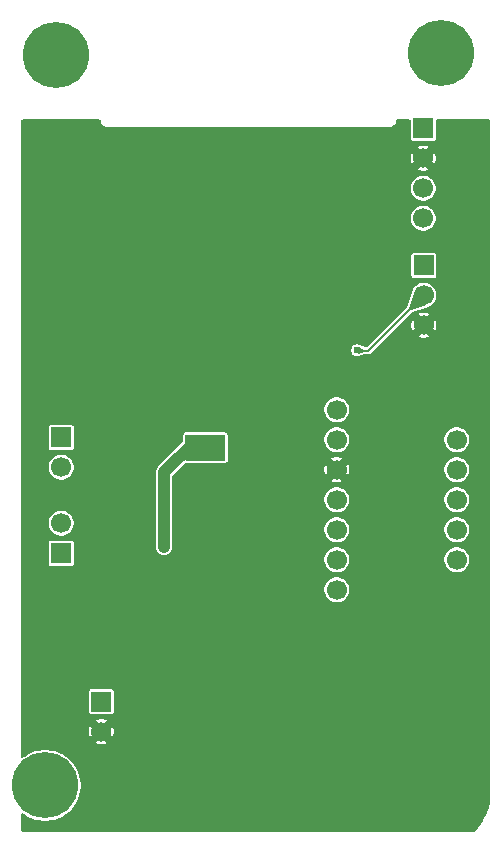
<source format=gbr>
%TF.GenerationSoftware,KiCad,Pcbnew,9.0.2-9.0.2-0~ubuntu24.04.1*%
%TF.CreationDate,2025-06-12T20:24:44+02:00*%
%TF.ProjectId,PCB_Robot,5043425f-526f-4626-9f74-2e6b69636164,rev?*%
%TF.SameCoordinates,Original*%
%TF.FileFunction,Copper,L2,Bot*%
%TF.FilePolarity,Positive*%
%FSLAX46Y46*%
G04 Gerber Fmt 4.6, Leading zero omitted, Abs format (unit mm)*
G04 Created by KiCad (PCBNEW 9.0.2-9.0.2-0~ubuntu24.04.1) date 2025-06-12 20:24:44*
%MOMM*%
%LPD*%
G01*
G04 APERTURE LIST*
%TA.AperFunction,ComponentPad*%
%ADD10C,5.600000*%
%TD*%
%TA.AperFunction,ComponentPad*%
%ADD11C,1.700000*%
%TD*%
%TA.AperFunction,ComponentPad*%
%ADD12R,1.700000X1.700000*%
%TD*%
%TA.AperFunction,ViaPad*%
%ADD13C,0.600000*%
%TD*%
%TA.AperFunction,ViaPad*%
%ADD14C,0.800000*%
%TD*%
%TA.AperFunction,Conductor*%
%ADD15C,1.000000*%
%TD*%
%TA.AperFunction,Conductor*%
%ADD16C,0.200000*%
%TD*%
G04 APERTURE END LIST*
D10*
%TO.P,REF\u002A\u002A,1*%
%TO.N,N/C*%
X116230400Y-136804400D03*
%TD*%
%TO.P,REF\u002A\u002A,1*%
%TO.N,N/C*%
X149758400Y-74828400D03*
%TD*%
%TO.P,REF\u002A\u002A,1*%
%TO.N,N/C*%
X117195600Y-74930000D03*
%TD*%
D11*
%TO.P,J1,4,Pin_4*%
%TO.N,Net-(J1-Pin_4)*%
X148250000Y-88790000D03*
%TO.P,J1,3,Pin_3*%
%TO.N,Net-(J1-Pin_3)*%
X148250000Y-86250000D03*
%TO.P,J1,2,Pin_2*%
%TO.N,GND*%
X148250000Y-83710000D03*
D12*
%TO.P,J1,1,Pin_1*%
%TO.N,+3V3*%
X148250000Y-81170000D03*
%TD*%
%TO.P,JP1,1,A*%
%TO.N,+3V3*%
X148300000Y-92770000D03*
D11*
%TO.P,JP1,2,C*%
%TO.N,Net-(JP1-C)*%
X148300000Y-95310000D03*
%TO.P,JP1,3,B*%
%TO.N,GND*%
X148300000Y-97850000D03*
%TD*%
%TO.P,U3,1,Vin*%
%TO.N,unconnected-(U3-Vin-Pad1)*%
X140920000Y-104980000D03*
%TO.P,U3,2,3v3*%
%TO.N,+3V3*%
X140920000Y-107520000D03*
%TO.P,U3,3,GND*%
%TO.N,GND*%
X140920000Y-110060000D03*
%TO.P,U3,4,SCL/SCK*%
%TO.N,/BMI_SCK*%
X140920000Y-112600000D03*
%TO.P,U3,5,SDA/MOSI*%
%TO.N,/BMI_MOSI*%
X140920000Y-115140000D03*
%TO.P,U3,6,CS/CSB*%
%TO.N,/BMI_CS*%
X140920000Y-117680000D03*
%TO.P,U3,7,SA0/MISO*%
%TO.N,/BMI_MISO*%
X140920000Y-120220000D03*
%TO.P,U3,8,CSO*%
%TO.N,unconnected-(U3-CSO-Pad8)*%
X151080000Y-107520000D03*
%TO.P,U3,9,INT2*%
%TO.N,unconnected-(U3-INT2-Pad9)*%
X151080000Y-110060000D03*
%TO.P,U3,10,INT1*%
%TO.N,unconnected-(U3-INT1-Pad10)*%
X151080000Y-112600000D03*
%TO.P,U3,11,SCX*%
%TO.N,unconnected-(U3-SCX-Pad11)*%
X151080000Y-115140000D03*
%TO.P,U3,12,SDX*%
%TO.N,unconnected-(U3-SDX-Pad12)*%
X151080000Y-117680000D03*
%TD*%
D12*
%TO.P,J3,1,Pin_1*%
%TO.N,Net-(J3-Pin_1)*%
X117600000Y-107325000D03*
D11*
%TO.P,J3,2,Pin_2*%
%TO.N,Net-(J3-Pin_2)*%
X117600000Y-109865000D03*
%TD*%
D12*
%TO.P,J2,1,Pin_1*%
%TO.N,/V_MOTOR*%
X121000000Y-129700000D03*
D11*
%TO.P,J2,2,Pin_2*%
%TO.N,GND*%
X121000000Y-132240000D03*
%TD*%
D12*
%TO.P,J4,1,Pin_1*%
%TO.N,Net-(J4-Pin_1)*%
X117600000Y-117140000D03*
D11*
%TO.P,J4,2,Pin_2*%
%TO.N,Net-(J4-Pin_2)*%
X117600000Y-114600000D03*
%TD*%
D13*
%TO.N,GND*%
X139750800Y-138785600D03*
X120396000Y-136652000D03*
X120396000Y-135382000D03*
X121666000Y-135382000D03*
X144322800Y-139039600D03*
X123698000Y-114808000D03*
X130810000Y-113538000D03*
X142798800Y-139039600D03*
X144068800Y-133197600D03*
X130810000Y-114808000D03*
X121666000Y-134112000D03*
X137668000Y-114300000D03*
X120396000Y-137922000D03*
X123444000Y-132842000D03*
X128270000Y-88138000D03*
X123444000Y-110998000D03*
X127762000Y-131826000D03*
X147116800Y-135737600D03*
X129032000Y-132842000D03*
X121666000Y-137922000D03*
X143510000Y-82042000D03*
X138480800Y-137515600D03*
X129032000Y-131826000D03*
X147116800Y-138531600D03*
X132842000Y-119380000D03*
X123190000Y-136652000D03*
X134366000Y-89154000D03*
X123190000Y-135382000D03*
X138988800Y-135991600D03*
X134366000Y-88138000D03*
X127502235Y-112527765D03*
X123444000Y-114046000D03*
X125984000Y-82042000D03*
X141528800Y-139293600D03*
X139496800Y-134975600D03*
X126238000Y-132842000D03*
X123190000Y-137922000D03*
X123190000Y-134112000D03*
X124968000Y-132842000D03*
X128524000Y-91440000D03*
X134112000Y-114554000D03*
X126238000Y-131826000D03*
X138734800Y-133197600D03*
X145846800Y-139039600D03*
X141782800Y-133197600D03*
X123444000Y-131826000D03*
X140258800Y-133197600D03*
X123698000Y-110236000D03*
X133604000Y-113538000D03*
X133604000Y-115570000D03*
X147116800Y-134213600D03*
X130810000Y-112522000D03*
X135890000Y-116332000D03*
X134620000Y-91186000D03*
X121666000Y-136652000D03*
X124968000Y-131826000D03*
X120396000Y-134112000D03*
X128524000Y-89154000D03*
X146608800Y-133197600D03*
X127762000Y-132842000D03*
X147116800Y-137261600D03*
X134366000Y-90170000D03*
X138734800Y-134213600D03*
X127254000Y-98044000D03*
X128524000Y-90424000D03*
X140208000Y-82042000D03*
%TO.N,/V_MOTOR*%
X130700000Y-109000000D03*
X130700000Y-107600000D03*
X129900000Y-107600000D03*
D14*
X128900000Y-107700000D03*
D13*
X126300000Y-116600000D03*
X130700000Y-108300000D03*
X129900000Y-108300000D03*
%TO.N,Net-(JP1-C)*%
X142650000Y-99950000D03*
%TD*%
D15*
%TO.N,/V_MOTOR*%
X126300000Y-110300000D02*
X128900000Y-107700000D01*
X126300000Y-116600000D02*
X126300000Y-110300000D01*
D16*
%TO.N,Net-(JP1-C)*%
X143610000Y-100000000D02*
X148300000Y-95310000D01*
X142750000Y-99950000D02*
X142800000Y-100000000D01*
X142650000Y-99950000D02*
X142750000Y-99950000D01*
X142800000Y-100000000D02*
X143610000Y-100000000D01*
%TD*%
%TA.AperFunction,Conductor*%
%TO.N,/V_MOTOR*%
G36*
X131443039Y-107119685D02*
G01*
X131488794Y-107172489D01*
X131500000Y-107224000D01*
X131500000Y-109176000D01*
X131480315Y-109243039D01*
X131427511Y-109288794D01*
X131376000Y-109300000D01*
X128224000Y-109300000D01*
X128156961Y-109280315D01*
X128111206Y-109227511D01*
X128100000Y-109176000D01*
X128100000Y-107224000D01*
X128119685Y-107156961D01*
X128172489Y-107111206D01*
X128224000Y-107100000D01*
X131376000Y-107100000D01*
X131443039Y-107119685D01*
G37*
%TD.AperFunction*%
%TD*%
%TA.AperFunction,Conductor*%
%TO.N,GND*%
G36*
X120882939Y-80425685D02*
G01*
X120928694Y-80478489D01*
X120939900Y-80530000D01*
X120939900Y-80583891D01*
X120974008Y-80711187D01*
X121006954Y-80768250D01*
X121039900Y-80825314D01*
X121133086Y-80918500D01*
X121247214Y-80984392D01*
X121374508Y-81018500D01*
X121374510Y-81018500D01*
X145506290Y-81018500D01*
X145506292Y-81018500D01*
X145633586Y-80984392D01*
X145747714Y-80918500D01*
X145840900Y-80825314D01*
X145906792Y-80711186D01*
X145940900Y-80583892D01*
X145940900Y-80530000D01*
X145960585Y-80462961D01*
X146013389Y-80417206D01*
X146064900Y-80406000D01*
X147075500Y-80406000D01*
X147142539Y-80425685D01*
X147188294Y-80478489D01*
X147199500Y-80530000D01*
X147199500Y-82039752D01*
X147211131Y-82098229D01*
X147211132Y-82098230D01*
X147255447Y-82164552D01*
X147321769Y-82208867D01*
X147321770Y-82208868D01*
X147380247Y-82220499D01*
X147380250Y-82220500D01*
X147380252Y-82220500D01*
X149119750Y-82220500D01*
X149119751Y-82220499D01*
X149134568Y-82217552D01*
X149178229Y-82208868D01*
X149178229Y-82208867D01*
X149178231Y-82208867D01*
X149244552Y-82164552D01*
X149288867Y-82098231D01*
X149288867Y-82098229D01*
X149288868Y-82098229D01*
X149300499Y-82039752D01*
X149300500Y-82039750D01*
X149300500Y-80530000D01*
X149320185Y-80462961D01*
X149372989Y-80417206D01*
X149424500Y-80406000D01*
X153815900Y-80406000D01*
X153882939Y-80425685D01*
X153928694Y-80478489D01*
X153939900Y-80530000D01*
X153939900Y-137515293D01*
X153939782Y-137520702D01*
X153923014Y-137904750D01*
X153922071Y-137915526D01*
X153872249Y-138293957D01*
X153870371Y-138304610D01*
X153787754Y-138677272D01*
X153784954Y-138687721D01*
X153670175Y-139051755D01*
X153666475Y-139061921D01*
X153520402Y-139414572D01*
X153515830Y-139424376D01*
X153339583Y-139762942D01*
X153334175Y-139772310D01*
X153129081Y-140094244D01*
X153122876Y-140103105D01*
X152890510Y-140405930D01*
X152883557Y-140414217D01*
X152658545Y-140659773D01*
X152598742Y-140695901D01*
X152567124Y-140700000D01*
X114324000Y-140700000D01*
X114256961Y-140680315D01*
X114211206Y-140627511D01*
X114200000Y-140576000D01*
X114200000Y-139280482D01*
X114219685Y-139213443D01*
X114272489Y-139167688D01*
X114341647Y-139157744D01*
X114401312Y-139183534D01*
X114491361Y-139255346D01*
X114776714Y-139434646D01*
X115080349Y-139580869D01*
X115319248Y-139664463D01*
X115398434Y-139692172D01*
X115398446Y-139692176D01*
X115727006Y-139767167D01*
X116061892Y-139804899D01*
X116061893Y-139804900D01*
X116061896Y-139804900D01*
X116398907Y-139804900D01*
X116398907Y-139804899D01*
X116733794Y-139767167D01*
X117062354Y-139692176D01*
X117380451Y-139580869D01*
X117684086Y-139434646D01*
X117969439Y-139255346D01*
X118232923Y-139045225D01*
X118471225Y-138806923D01*
X118681346Y-138543439D01*
X118860646Y-138258086D01*
X119006869Y-137954451D01*
X119118176Y-137636354D01*
X119193167Y-137307794D01*
X119230900Y-136972904D01*
X119230900Y-136635896D01*
X119193167Y-136301006D01*
X119118176Y-135972446D01*
X119006869Y-135654349D01*
X118860646Y-135350714D01*
X118681346Y-135065361D01*
X118471225Y-134801877D01*
X118232923Y-134563575D01*
X117969439Y-134353454D01*
X117684086Y-134174154D01*
X117684083Y-134174152D01*
X117380454Y-134027932D01*
X117062365Y-133916627D01*
X117062353Y-133916623D01*
X116733797Y-133841633D01*
X116733781Y-133841631D01*
X116398908Y-133803900D01*
X116398904Y-133803900D01*
X116061896Y-133803900D01*
X116061891Y-133803900D01*
X115727018Y-133841631D01*
X115727002Y-133841633D01*
X115398446Y-133916623D01*
X115398434Y-133916627D01*
X115080345Y-134027932D01*
X114776716Y-134174152D01*
X114491363Y-134353452D01*
X114401312Y-134425265D01*
X114336625Y-134451673D01*
X114267930Y-134438916D01*
X114217037Y-134391045D01*
X114200000Y-134328317D01*
X114200000Y-132136579D01*
X119950000Y-132136579D01*
X119950000Y-132343420D01*
X119990348Y-132546265D01*
X119990351Y-132546277D01*
X120051388Y-132693635D01*
X120500000Y-132245025D01*
X120500000Y-132305826D01*
X120534075Y-132432993D01*
X120599901Y-132547007D01*
X120692993Y-132640099D01*
X120807007Y-132705925D01*
X120934174Y-132740000D01*
X120994974Y-132740000D01*
X120546362Y-133188609D01*
X120693725Y-133249649D01*
X120693733Y-133249651D01*
X120896579Y-133289999D01*
X120896583Y-133290000D01*
X121103417Y-133290000D01*
X121103420Y-133289999D01*
X121306266Y-133249651D01*
X121306274Y-133249649D01*
X121453636Y-133188609D01*
X121005027Y-132740000D01*
X121065826Y-132740000D01*
X121192993Y-132705925D01*
X121307007Y-132640099D01*
X121400099Y-132547007D01*
X121465925Y-132432993D01*
X121500000Y-132305826D01*
X121500000Y-132245027D01*
X121948609Y-132693636D01*
X122009649Y-132546274D01*
X122009651Y-132546266D01*
X122049999Y-132343420D01*
X122050000Y-132343417D01*
X122050000Y-132136583D01*
X122049999Y-132136579D01*
X122009651Y-131933733D01*
X122009649Y-131933725D01*
X121948609Y-131786362D01*
X121500000Y-132234972D01*
X121500000Y-132174174D01*
X121465925Y-132047007D01*
X121400099Y-131932993D01*
X121307007Y-131839901D01*
X121192993Y-131774075D01*
X121065826Y-131740000D01*
X121005027Y-131740000D01*
X121453636Y-131291388D01*
X121306277Y-131230351D01*
X121306265Y-131230348D01*
X121103420Y-131190000D01*
X120896579Y-131190000D01*
X120693734Y-131230348D01*
X120693722Y-131230351D01*
X120546362Y-131291389D01*
X120994974Y-131740000D01*
X120934174Y-131740000D01*
X120807007Y-131774075D01*
X120692993Y-131839901D01*
X120599901Y-131932993D01*
X120534075Y-132047007D01*
X120500000Y-132174174D01*
X120500000Y-132234973D01*
X120051389Y-131786362D01*
X119990351Y-131933722D01*
X119990348Y-131933734D01*
X119950000Y-132136579D01*
X114200000Y-132136579D01*
X114200000Y-128830247D01*
X119949500Y-128830247D01*
X119949500Y-130569752D01*
X119961131Y-130628229D01*
X119961132Y-130628230D01*
X120005447Y-130694552D01*
X120071769Y-130738867D01*
X120071770Y-130738868D01*
X120130247Y-130750499D01*
X120130250Y-130750500D01*
X120130252Y-130750500D01*
X121869750Y-130750500D01*
X121869751Y-130750499D01*
X121884568Y-130747552D01*
X121928229Y-130738868D01*
X121928229Y-130738867D01*
X121928231Y-130738867D01*
X121994552Y-130694552D01*
X122038867Y-130628231D01*
X122038867Y-130628229D01*
X122038868Y-130628229D01*
X122050499Y-130569752D01*
X122050500Y-130569750D01*
X122050500Y-128830249D01*
X122050499Y-128830247D01*
X122038868Y-128771770D01*
X122038867Y-128771769D01*
X121994552Y-128705447D01*
X121928230Y-128661132D01*
X121928229Y-128661131D01*
X121869752Y-128649500D01*
X121869748Y-128649500D01*
X120130252Y-128649500D01*
X120130247Y-128649500D01*
X120071770Y-128661131D01*
X120071769Y-128661132D01*
X120005447Y-128705447D01*
X119961132Y-128771769D01*
X119961131Y-128771770D01*
X119949500Y-128830247D01*
X114200000Y-128830247D01*
X114200000Y-120116530D01*
X139869500Y-120116530D01*
X139869500Y-120323469D01*
X139909868Y-120526412D01*
X139909870Y-120526420D01*
X139989058Y-120717596D01*
X140104024Y-120889657D01*
X140250342Y-121035975D01*
X140250345Y-121035977D01*
X140422402Y-121150941D01*
X140613580Y-121230130D01*
X140816530Y-121270499D01*
X140816534Y-121270500D01*
X140816535Y-121270500D01*
X141023466Y-121270500D01*
X141023467Y-121270499D01*
X141226420Y-121230130D01*
X141417598Y-121150941D01*
X141589655Y-121035977D01*
X141735977Y-120889655D01*
X141850941Y-120717598D01*
X141930130Y-120526420D01*
X141970500Y-120323465D01*
X141970500Y-120116535D01*
X141930130Y-119913580D01*
X141850941Y-119722402D01*
X141735977Y-119550345D01*
X141735975Y-119550342D01*
X141589657Y-119404024D01*
X141503626Y-119346541D01*
X141417598Y-119289059D01*
X141226420Y-119209870D01*
X141226412Y-119209868D01*
X141023469Y-119169500D01*
X141023465Y-119169500D01*
X140816535Y-119169500D01*
X140816530Y-119169500D01*
X140613587Y-119209868D01*
X140613579Y-119209870D01*
X140422403Y-119289058D01*
X140250342Y-119404024D01*
X140104024Y-119550342D01*
X139989058Y-119722403D01*
X139909870Y-119913579D01*
X139909868Y-119913587D01*
X139869500Y-120116530D01*
X114200000Y-120116530D01*
X114200000Y-116270247D01*
X116549500Y-116270247D01*
X116549500Y-118009752D01*
X116561131Y-118068229D01*
X116561132Y-118068230D01*
X116605447Y-118134552D01*
X116671769Y-118178867D01*
X116671770Y-118178868D01*
X116730247Y-118190499D01*
X116730250Y-118190500D01*
X116730252Y-118190500D01*
X118469750Y-118190500D01*
X118469751Y-118190499D01*
X118484568Y-118187552D01*
X118528229Y-118178868D01*
X118528229Y-118178867D01*
X118528231Y-118178867D01*
X118594552Y-118134552D01*
X118638867Y-118068231D01*
X118638867Y-118068229D01*
X118638868Y-118068229D01*
X118650499Y-118009752D01*
X118650500Y-118009750D01*
X118650500Y-117576530D01*
X139869500Y-117576530D01*
X139869500Y-117783469D01*
X139909868Y-117986412D01*
X139909870Y-117986420D01*
X139989058Y-118177596D01*
X140104024Y-118349657D01*
X140250342Y-118495975D01*
X140250345Y-118495977D01*
X140422402Y-118610941D01*
X140613580Y-118690130D01*
X140816530Y-118730499D01*
X140816534Y-118730500D01*
X140816535Y-118730500D01*
X141023466Y-118730500D01*
X141023467Y-118730499D01*
X141226420Y-118690130D01*
X141417598Y-118610941D01*
X141589655Y-118495977D01*
X141735977Y-118349655D01*
X141850941Y-118177598D01*
X141930130Y-117986420D01*
X141970500Y-117783465D01*
X141970500Y-117576535D01*
X141970499Y-117576530D01*
X150029500Y-117576530D01*
X150029500Y-117783469D01*
X150069868Y-117986412D01*
X150069870Y-117986420D01*
X150149058Y-118177596D01*
X150264024Y-118349657D01*
X150410342Y-118495975D01*
X150410345Y-118495977D01*
X150582402Y-118610941D01*
X150773580Y-118690130D01*
X150976530Y-118730499D01*
X150976534Y-118730500D01*
X150976535Y-118730500D01*
X151183466Y-118730500D01*
X151183467Y-118730499D01*
X151386420Y-118690130D01*
X151577598Y-118610941D01*
X151749655Y-118495977D01*
X151895977Y-118349655D01*
X152010941Y-118177598D01*
X152090130Y-117986420D01*
X152130500Y-117783465D01*
X152130500Y-117576535D01*
X152090130Y-117373580D01*
X152010941Y-117182402D01*
X151895977Y-117010345D01*
X151895975Y-117010342D01*
X151749657Y-116864024D01*
X151660314Y-116804328D01*
X151577598Y-116749059D01*
X151386420Y-116669870D01*
X151386412Y-116669868D01*
X151183469Y-116629500D01*
X151183465Y-116629500D01*
X150976535Y-116629500D01*
X150976530Y-116629500D01*
X150773587Y-116669868D01*
X150773579Y-116669870D01*
X150582403Y-116749058D01*
X150410342Y-116864024D01*
X150264024Y-117010342D01*
X150149058Y-117182403D01*
X150069870Y-117373579D01*
X150069868Y-117373587D01*
X150029500Y-117576530D01*
X141970499Y-117576530D01*
X141930130Y-117373580D01*
X141850941Y-117182402D01*
X141735977Y-117010345D01*
X141735975Y-117010342D01*
X141589657Y-116864024D01*
X141500314Y-116804328D01*
X141417598Y-116749059D01*
X141226420Y-116669870D01*
X141226412Y-116669868D01*
X141023469Y-116629500D01*
X141023465Y-116629500D01*
X140816535Y-116629500D01*
X140816530Y-116629500D01*
X140613587Y-116669868D01*
X140613579Y-116669870D01*
X140422403Y-116749058D01*
X140250342Y-116864024D01*
X140104024Y-117010342D01*
X139989058Y-117182403D01*
X139909870Y-117373579D01*
X139909868Y-117373587D01*
X139869500Y-117576530D01*
X118650500Y-117576530D01*
X118650500Y-116668995D01*
X125599499Y-116668995D01*
X125626418Y-116804322D01*
X125626421Y-116804332D01*
X125679221Y-116931804D01*
X125679228Y-116931817D01*
X125755885Y-117046541D01*
X125755888Y-117046545D01*
X125853454Y-117144111D01*
X125853458Y-117144114D01*
X125968182Y-117220771D01*
X125968195Y-117220778D01*
X126095667Y-117273578D01*
X126095672Y-117273580D01*
X126095676Y-117273580D01*
X126095677Y-117273581D01*
X126231004Y-117300500D01*
X126231007Y-117300500D01*
X126368995Y-117300500D01*
X126460041Y-117282389D01*
X126504328Y-117273580D01*
X126631811Y-117220775D01*
X126746542Y-117144114D01*
X126844114Y-117046542D01*
X126920775Y-116931811D01*
X126973580Y-116804328D01*
X127000500Y-116668993D01*
X127000500Y-115036530D01*
X139869500Y-115036530D01*
X139869500Y-115243469D01*
X139909868Y-115446412D01*
X139909870Y-115446420D01*
X139989058Y-115637596D01*
X140104024Y-115809657D01*
X140250342Y-115955975D01*
X140250345Y-115955977D01*
X140422402Y-116070941D01*
X140613580Y-116150130D01*
X140816530Y-116190499D01*
X140816534Y-116190500D01*
X140816535Y-116190500D01*
X141023466Y-116190500D01*
X141023467Y-116190499D01*
X141226420Y-116150130D01*
X141417598Y-116070941D01*
X141589655Y-115955977D01*
X141735977Y-115809655D01*
X141850941Y-115637598D01*
X141930130Y-115446420D01*
X141970500Y-115243465D01*
X141970500Y-115036535D01*
X141970499Y-115036530D01*
X150029500Y-115036530D01*
X150029500Y-115243469D01*
X150069868Y-115446412D01*
X150069870Y-115446420D01*
X150149058Y-115637596D01*
X150264024Y-115809657D01*
X150410342Y-115955975D01*
X150410345Y-115955977D01*
X150582402Y-116070941D01*
X150773580Y-116150130D01*
X150976530Y-116190499D01*
X150976534Y-116190500D01*
X150976535Y-116190500D01*
X151183466Y-116190500D01*
X151183467Y-116190499D01*
X151386420Y-116150130D01*
X151577598Y-116070941D01*
X151749655Y-115955977D01*
X151895977Y-115809655D01*
X152010941Y-115637598D01*
X152090130Y-115446420D01*
X152130500Y-115243465D01*
X152130500Y-115036535D01*
X152090130Y-114833580D01*
X152010941Y-114642402D01*
X151895977Y-114470345D01*
X151895975Y-114470342D01*
X151749657Y-114324024D01*
X151663626Y-114266541D01*
X151577598Y-114209059D01*
X151386420Y-114129870D01*
X151386412Y-114129868D01*
X151183469Y-114089500D01*
X151183465Y-114089500D01*
X150976535Y-114089500D01*
X150976530Y-114089500D01*
X150773587Y-114129868D01*
X150773579Y-114129870D01*
X150582403Y-114209058D01*
X150410342Y-114324024D01*
X150264024Y-114470342D01*
X150149058Y-114642403D01*
X150069870Y-114833579D01*
X150069868Y-114833587D01*
X150029500Y-115036530D01*
X141970499Y-115036530D01*
X141930130Y-114833580D01*
X141850941Y-114642402D01*
X141735977Y-114470345D01*
X141735975Y-114470342D01*
X141589657Y-114324024D01*
X141503626Y-114266541D01*
X141417598Y-114209059D01*
X141226420Y-114129870D01*
X141226412Y-114129868D01*
X141023469Y-114089500D01*
X141023465Y-114089500D01*
X140816535Y-114089500D01*
X140816530Y-114089500D01*
X140613587Y-114129868D01*
X140613579Y-114129870D01*
X140422403Y-114209058D01*
X140250342Y-114324024D01*
X140104024Y-114470342D01*
X139989058Y-114642403D01*
X139909870Y-114833579D01*
X139909868Y-114833587D01*
X139869500Y-115036530D01*
X127000500Y-115036530D01*
X127000500Y-112496530D01*
X139869500Y-112496530D01*
X139869500Y-112703469D01*
X139909868Y-112906412D01*
X139909870Y-112906420D01*
X139989058Y-113097596D01*
X140104024Y-113269657D01*
X140250342Y-113415975D01*
X140250345Y-113415977D01*
X140422402Y-113530941D01*
X140613580Y-113610130D01*
X140816530Y-113650499D01*
X140816534Y-113650500D01*
X140816535Y-113650500D01*
X141023466Y-113650500D01*
X141023467Y-113650499D01*
X141226420Y-113610130D01*
X141417598Y-113530941D01*
X141589655Y-113415977D01*
X141735977Y-113269655D01*
X141850941Y-113097598D01*
X141930130Y-112906420D01*
X141970500Y-112703465D01*
X141970500Y-112496535D01*
X141970499Y-112496530D01*
X150029500Y-112496530D01*
X150029500Y-112703469D01*
X150069868Y-112906412D01*
X150069870Y-112906420D01*
X150149058Y-113097596D01*
X150264024Y-113269657D01*
X150410342Y-113415975D01*
X150410345Y-113415977D01*
X150582402Y-113530941D01*
X150773580Y-113610130D01*
X150976530Y-113650499D01*
X150976534Y-113650500D01*
X150976535Y-113650500D01*
X151183466Y-113650500D01*
X151183467Y-113650499D01*
X151386420Y-113610130D01*
X151577598Y-113530941D01*
X151749655Y-113415977D01*
X151895977Y-113269655D01*
X152010941Y-113097598D01*
X152090130Y-112906420D01*
X152130500Y-112703465D01*
X152130500Y-112496535D01*
X152090130Y-112293580D01*
X152010941Y-112102402D01*
X151895977Y-111930345D01*
X151895975Y-111930342D01*
X151749657Y-111784024D01*
X151663626Y-111726541D01*
X151577598Y-111669059D01*
X151386420Y-111589870D01*
X151386412Y-111589868D01*
X151183469Y-111549500D01*
X151183465Y-111549500D01*
X150976535Y-111549500D01*
X150976530Y-111549500D01*
X150773587Y-111589868D01*
X150773579Y-111589870D01*
X150582403Y-111669058D01*
X150410342Y-111784024D01*
X150264024Y-111930342D01*
X150149058Y-112102403D01*
X150069870Y-112293579D01*
X150069868Y-112293587D01*
X150029500Y-112496530D01*
X141970499Y-112496530D01*
X141930130Y-112293580D01*
X141850941Y-112102402D01*
X141735977Y-111930345D01*
X141735975Y-111930342D01*
X141589657Y-111784024D01*
X141503626Y-111726541D01*
X141417598Y-111669059D01*
X141226420Y-111589870D01*
X141226412Y-111589868D01*
X141023469Y-111549500D01*
X141023465Y-111549500D01*
X140816535Y-111549500D01*
X140816530Y-111549500D01*
X140613587Y-111589868D01*
X140613579Y-111589870D01*
X140422403Y-111669058D01*
X140250342Y-111784024D01*
X140104024Y-111930342D01*
X139989058Y-112102403D01*
X139909870Y-112293579D01*
X139909868Y-112293587D01*
X139869500Y-112496530D01*
X127000500Y-112496530D01*
X127000500Y-110641518D01*
X127020185Y-110574479D01*
X127036814Y-110553841D01*
X127634076Y-109956579D01*
X139870000Y-109956579D01*
X139870000Y-110163420D01*
X139910348Y-110366265D01*
X139910351Y-110366277D01*
X139971388Y-110513635D01*
X140420000Y-110065025D01*
X140420000Y-110125826D01*
X140454075Y-110252993D01*
X140519901Y-110367007D01*
X140612993Y-110460099D01*
X140727007Y-110525925D01*
X140854174Y-110560000D01*
X140914974Y-110560000D01*
X140466362Y-111008609D01*
X140613725Y-111069649D01*
X140613733Y-111069651D01*
X140816579Y-111109999D01*
X140816583Y-111110000D01*
X141023417Y-111110000D01*
X141023420Y-111109999D01*
X141226266Y-111069651D01*
X141226274Y-111069649D01*
X141373636Y-111008609D01*
X140925027Y-110560000D01*
X140985826Y-110560000D01*
X141112993Y-110525925D01*
X141227007Y-110460099D01*
X141320099Y-110367007D01*
X141385925Y-110252993D01*
X141420000Y-110125826D01*
X141420000Y-110065027D01*
X141868609Y-110513636D01*
X141929649Y-110366274D01*
X141929651Y-110366266D01*
X141969999Y-110163420D01*
X141970000Y-110163417D01*
X141970000Y-109956581D01*
X141969999Y-109956580D01*
X141969989Y-109956530D01*
X150029500Y-109956530D01*
X150029500Y-110163469D01*
X150069868Y-110366412D01*
X150069870Y-110366420D01*
X150139555Y-110534655D01*
X150149059Y-110557598D01*
X150170814Y-110590157D01*
X150264024Y-110729657D01*
X150410342Y-110875975D01*
X150410345Y-110875977D01*
X150582402Y-110990941D01*
X150773580Y-111070130D01*
X150974016Y-111109999D01*
X150976530Y-111110499D01*
X150976534Y-111110500D01*
X150976535Y-111110500D01*
X151183466Y-111110500D01*
X151183467Y-111110499D01*
X151386420Y-111070130D01*
X151577598Y-110990941D01*
X151749655Y-110875977D01*
X151895977Y-110729655D01*
X152010941Y-110557598D01*
X152090130Y-110366420D01*
X152130500Y-110163465D01*
X152130500Y-109956535D01*
X152090130Y-109753580D01*
X152010941Y-109562402D01*
X151895977Y-109390345D01*
X151895975Y-109390342D01*
X151749657Y-109244024D01*
X151647845Y-109175996D01*
X151577598Y-109129059D01*
X151386420Y-109049870D01*
X151386412Y-109049868D01*
X151183469Y-109009500D01*
X151183465Y-109009500D01*
X150976535Y-109009500D01*
X150976530Y-109009500D01*
X150773587Y-109049868D01*
X150773579Y-109049870D01*
X150582403Y-109129058D01*
X150410342Y-109244024D01*
X150264024Y-109390342D01*
X150149058Y-109562403D01*
X150069870Y-109753579D01*
X150069868Y-109753587D01*
X150029500Y-109956530D01*
X141969989Y-109956530D01*
X141929651Y-109753733D01*
X141929649Y-109753725D01*
X141868609Y-109606362D01*
X141420000Y-110054972D01*
X141420000Y-109994174D01*
X141385925Y-109867007D01*
X141320099Y-109752993D01*
X141227007Y-109659901D01*
X141112993Y-109594075D01*
X140985826Y-109560000D01*
X140925027Y-109560000D01*
X141373636Y-109111388D01*
X141226277Y-109050351D01*
X141226265Y-109050348D01*
X141023420Y-109010000D01*
X140816579Y-109010000D01*
X140613734Y-109050348D01*
X140613722Y-109050351D01*
X140466362Y-109111389D01*
X140914974Y-109560000D01*
X140854174Y-109560000D01*
X140727007Y-109594075D01*
X140612993Y-109659901D01*
X140519901Y-109752993D01*
X140454075Y-109867007D01*
X140420000Y-109994174D01*
X140420000Y-110054973D01*
X139971389Y-109606362D01*
X139910351Y-109753722D01*
X139910348Y-109753734D01*
X139870000Y-109956579D01*
X127634076Y-109956579D01*
X128058721Y-109531934D01*
X128120042Y-109498451D01*
X128164049Y-109496879D01*
X128166096Y-109497173D01*
X128166102Y-109497175D01*
X128224000Y-109505500D01*
X128224004Y-109505500D01*
X131375991Y-109505500D01*
X131376000Y-109505500D01*
X131419684Y-109500803D01*
X131448875Y-109494452D01*
X131471174Y-109489602D01*
X131471190Y-109489598D01*
X131471195Y-109489597D01*
X131481373Y-109487110D01*
X131562085Y-109444100D01*
X131614889Y-109398345D01*
X131632843Y-109380754D01*
X131677490Y-109300937D01*
X131697175Y-109233898D01*
X131705500Y-109176000D01*
X131705500Y-107416530D01*
X139869500Y-107416530D01*
X139869500Y-107623469D01*
X139909868Y-107826412D01*
X139909870Y-107826420D01*
X139989058Y-108017596D01*
X140104024Y-108189657D01*
X140250342Y-108335975D01*
X140250345Y-108335977D01*
X140422402Y-108450941D01*
X140613580Y-108530130D01*
X140816530Y-108570499D01*
X140816534Y-108570500D01*
X140816535Y-108570500D01*
X141023466Y-108570500D01*
X141023467Y-108570499D01*
X141226420Y-108530130D01*
X141417598Y-108450941D01*
X141589655Y-108335977D01*
X141735977Y-108189655D01*
X141850941Y-108017598D01*
X141930130Y-107826420D01*
X141970500Y-107623465D01*
X141970500Y-107416535D01*
X141970499Y-107416530D01*
X150029500Y-107416530D01*
X150029500Y-107623469D01*
X150069868Y-107826412D01*
X150069870Y-107826420D01*
X150149058Y-108017596D01*
X150264024Y-108189657D01*
X150410342Y-108335975D01*
X150410345Y-108335977D01*
X150582402Y-108450941D01*
X150773580Y-108530130D01*
X150976530Y-108570499D01*
X150976534Y-108570500D01*
X150976535Y-108570500D01*
X151183466Y-108570500D01*
X151183467Y-108570499D01*
X151386420Y-108530130D01*
X151577598Y-108450941D01*
X151749655Y-108335977D01*
X151895977Y-108189655D01*
X152010941Y-108017598D01*
X152090130Y-107826420D01*
X152130500Y-107623465D01*
X152130500Y-107416535D01*
X152090130Y-107213580D01*
X152010941Y-107022402D01*
X151895977Y-106850345D01*
X151895975Y-106850342D01*
X151749657Y-106704024D01*
X151663626Y-106646541D01*
X151577598Y-106589059D01*
X151386420Y-106509870D01*
X151386412Y-106509868D01*
X151183469Y-106469500D01*
X151183465Y-106469500D01*
X150976535Y-106469500D01*
X150976530Y-106469500D01*
X150773587Y-106509868D01*
X150773579Y-106509870D01*
X150582403Y-106589058D01*
X150410342Y-106704024D01*
X150264024Y-106850342D01*
X150149058Y-107022403D01*
X150069870Y-107213579D01*
X150069868Y-107213587D01*
X150029500Y-107416530D01*
X141970499Y-107416530D01*
X141930130Y-107213580D01*
X141850941Y-107022402D01*
X141735977Y-106850345D01*
X141735975Y-106850342D01*
X141589657Y-106704024D01*
X141503626Y-106646541D01*
X141417598Y-106589059D01*
X141226420Y-106509870D01*
X141226412Y-106509868D01*
X141023469Y-106469500D01*
X141023465Y-106469500D01*
X140816535Y-106469500D01*
X140816530Y-106469500D01*
X140613587Y-106509868D01*
X140613579Y-106509870D01*
X140422403Y-106589058D01*
X140250342Y-106704024D01*
X140104024Y-106850342D01*
X139989058Y-107022403D01*
X139909870Y-107213579D01*
X139909868Y-107213587D01*
X139869500Y-107416530D01*
X131705500Y-107416530D01*
X131705500Y-107224000D01*
X131700803Y-107180316D01*
X131696897Y-107162364D01*
X131689602Y-107128825D01*
X131689348Y-107127789D01*
X131687110Y-107118627D01*
X131644100Y-107037915D01*
X131598345Y-106985111D01*
X131598339Y-106985104D01*
X131580757Y-106967160D01*
X131580756Y-106967159D01*
X131580754Y-106967157D01*
X131580752Y-106967156D01*
X131580750Y-106967154D01*
X131500940Y-106922511D01*
X131500935Y-106922509D01*
X131433903Y-106902826D01*
X131433899Y-106902825D01*
X131433898Y-106902825D01*
X131376000Y-106894500D01*
X128224000Y-106894500D01*
X128223992Y-106894500D01*
X128180313Y-106899197D01*
X128128825Y-106910397D01*
X128118627Y-106912890D01*
X128118624Y-106912891D01*
X128037916Y-106955899D01*
X128037913Y-106955901D01*
X127985104Y-107001660D01*
X127967160Y-107019242D01*
X127967154Y-107019249D01*
X127922511Y-107099059D01*
X127922509Y-107099064D01*
X127902826Y-107166096D01*
X127902825Y-107166101D01*
X127902825Y-107166102D01*
X127894502Y-107223992D01*
X127894500Y-107224003D01*
X127894500Y-107663480D01*
X127874815Y-107730519D01*
X127858181Y-107751161D01*
X125755888Y-109853453D01*
X125755887Y-109853454D01*
X125702075Y-109933992D01*
X125702073Y-109933994D01*
X125679229Y-109968180D01*
X125679221Y-109968195D01*
X125626421Y-110095667D01*
X125626418Y-110095677D01*
X125599500Y-110231004D01*
X125599500Y-110231007D01*
X125599500Y-116668993D01*
X125599500Y-116668995D01*
X125599499Y-116668995D01*
X118650500Y-116668995D01*
X118650500Y-116270249D01*
X118650499Y-116270247D01*
X118638868Y-116211770D01*
X118638867Y-116211769D01*
X118594552Y-116145447D01*
X118528230Y-116101132D01*
X118528229Y-116101131D01*
X118469752Y-116089500D01*
X118469748Y-116089500D01*
X116730252Y-116089500D01*
X116730247Y-116089500D01*
X116671770Y-116101131D01*
X116671769Y-116101132D01*
X116605447Y-116145447D01*
X116561132Y-116211769D01*
X116561131Y-116211770D01*
X116549500Y-116270247D01*
X114200000Y-116270247D01*
X114200000Y-114496530D01*
X116549500Y-114496530D01*
X116549500Y-114703469D01*
X116589868Y-114906412D01*
X116589870Y-114906420D01*
X116669058Y-115097596D01*
X116784024Y-115269657D01*
X116930342Y-115415975D01*
X116930345Y-115415977D01*
X117102402Y-115530941D01*
X117293580Y-115610130D01*
X117431662Y-115637596D01*
X117496530Y-115650499D01*
X117496534Y-115650500D01*
X117496535Y-115650500D01*
X117703466Y-115650500D01*
X117703467Y-115650499D01*
X117906420Y-115610130D01*
X118097598Y-115530941D01*
X118269655Y-115415977D01*
X118415977Y-115269655D01*
X118530941Y-115097598D01*
X118610130Y-114906420D01*
X118650500Y-114703465D01*
X118650500Y-114496535D01*
X118610130Y-114293580D01*
X118530941Y-114102402D01*
X118415977Y-113930345D01*
X118415975Y-113930342D01*
X118269657Y-113784024D01*
X118183626Y-113726541D01*
X118097598Y-113669059D01*
X118052790Y-113650499D01*
X117906420Y-113589870D01*
X117906412Y-113589868D01*
X117703469Y-113549500D01*
X117703465Y-113549500D01*
X117496535Y-113549500D01*
X117496530Y-113549500D01*
X117293587Y-113589868D01*
X117293579Y-113589870D01*
X117102403Y-113669058D01*
X116930342Y-113784024D01*
X116784024Y-113930342D01*
X116669058Y-114102403D01*
X116589870Y-114293579D01*
X116589868Y-114293587D01*
X116549500Y-114496530D01*
X114200000Y-114496530D01*
X114200000Y-109761530D01*
X116549500Y-109761530D01*
X116549500Y-109968469D01*
X116588288Y-110163469D01*
X116589870Y-110171420D01*
X116669059Y-110362598D01*
X116671613Y-110366420D01*
X116784024Y-110534657D01*
X116930342Y-110680975D01*
X116930345Y-110680977D01*
X117102402Y-110795941D01*
X117293580Y-110875130D01*
X117496530Y-110915499D01*
X117496534Y-110915500D01*
X117496535Y-110915500D01*
X117703466Y-110915500D01*
X117703467Y-110915499D01*
X117906420Y-110875130D01*
X118097598Y-110795941D01*
X118269655Y-110680977D01*
X118415977Y-110534655D01*
X118530941Y-110362598D01*
X118610130Y-110171420D01*
X118650500Y-109968465D01*
X118650500Y-109761535D01*
X118610130Y-109558580D01*
X118530941Y-109367402D01*
X118415977Y-109195345D01*
X118415975Y-109195342D01*
X118269657Y-109049024D01*
X118183626Y-108991541D01*
X118097598Y-108934059D01*
X117906420Y-108854870D01*
X117906412Y-108854868D01*
X117703469Y-108814500D01*
X117703465Y-108814500D01*
X117496535Y-108814500D01*
X117496530Y-108814500D01*
X117293587Y-108854868D01*
X117293579Y-108854870D01*
X117102403Y-108934058D01*
X116930342Y-109049024D01*
X116784024Y-109195342D01*
X116669058Y-109367403D01*
X116589870Y-109558579D01*
X116589868Y-109558587D01*
X116549500Y-109761530D01*
X114200000Y-109761530D01*
X114200000Y-106455247D01*
X116549500Y-106455247D01*
X116549500Y-108194752D01*
X116561131Y-108253229D01*
X116561132Y-108253230D01*
X116605447Y-108319552D01*
X116671769Y-108363867D01*
X116671770Y-108363868D01*
X116730247Y-108375499D01*
X116730250Y-108375500D01*
X116730252Y-108375500D01*
X118469750Y-108375500D01*
X118469751Y-108375499D01*
X118484568Y-108372552D01*
X118528229Y-108363868D01*
X118528229Y-108363867D01*
X118528231Y-108363867D01*
X118594552Y-108319552D01*
X118638867Y-108253231D01*
X118638867Y-108253229D01*
X118638868Y-108253229D01*
X118650499Y-108194752D01*
X118650500Y-108194750D01*
X118650500Y-106455249D01*
X118650499Y-106455247D01*
X118638868Y-106396770D01*
X118638867Y-106396769D01*
X118594552Y-106330447D01*
X118528230Y-106286132D01*
X118528229Y-106286131D01*
X118469752Y-106274500D01*
X118469748Y-106274500D01*
X116730252Y-106274500D01*
X116730247Y-106274500D01*
X116671770Y-106286131D01*
X116671769Y-106286132D01*
X116605447Y-106330447D01*
X116561132Y-106396769D01*
X116561131Y-106396770D01*
X116549500Y-106455247D01*
X114200000Y-106455247D01*
X114200000Y-104876530D01*
X139869500Y-104876530D01*
X139869500Y-105083469D01*
X139909868Y-105286412D01*
X139909870Y-105286420D01*
X139989058Y-105477596D01*
X140104024Y-105649657D01*
X140250342Y-105795975D01*
X140250345Y-105795977D01*
X140422402Y-105910941D01*
X140613580Y-105990130D01*
X140816530Y-106030499D01*
X140816534Y-106030500D01*
X140816535Y-106030500D01*
X141023466Y-106030500D01*
X141023467Y-106030499D01*
X141226420Y-105990130D01*
X141417598Y-105910941D01*
X141589655Y-105795977D01*
X141735977Y-105649655D01*
X141850941Y-105477598D01*
X141930130Y-105286420D01*
X141970500Y-105083465D01*
X141970500Y-104876535D01*
X141930130Y-104673580D01*
X141850941Y-104482402D01*
X141735977Y-104310345D01*
X141735975Y-104310342D01*
X141589657Y-104164024D01*
X141503626Y-104106541D01*
X141417598Y-104049059D01*
X141226420Y-103969870D01*
X141226412Y-103969868D01*
X141023469Y-103929500D01*
X141023465Y-103929500D01*
X140816535Y-103929500D01*
X140816530Y-103929500D01*
X140613587Y-103969868D01*
X140613579Y-103969870D01*
X140422403Y-104049058D01*
X140250342Y-104164024D01*
X140104024Y-104310342D01*
X139989058Y-104482403D01*
X139909870Y-104673579D01*
X139909868Y-104673587D01*
X139869500Y-104876530D01*
X114200000Y-104876530D01*
X114200000Y-99884108D01*
X142149500Y-99884108D01*
X142149500Y-100015891D01*
X142183608Y-100143187D01*
X142207467Y-100184511D01*
X142249500Y-100257314D01*
X142342686Y-100350500D01*
X142456814Y-100416392D01*
X142584108Y-100450500D01*
X142584110Y-100450500D01*
X142715892Y-100450500D01*
X142739920Y-100444061D01*
X142763755Y-100440110D01*
X142773990Y-100439428D01*
X143014419Y-100374694D01*
X143274153Y-100304764D01*
X143306391Y-100300500D01*
X143649560Y-100300500D01*
X143649562Y-100300500D01*
X143725989Y-100280021D01*
X143794511Y-100240460D01*
X143850460Y-100184511D01*
X146288391Y-97746579D01*
X147250000Y-97746579D01*
X147250000Y-97953420D01*
X147290348Y-98156265D01*
X147290351Y-98156277D01*
X147351388Y-98303635D01*
X147800000Y-97855025D01*
X147800000Y-97915826D01*
X147834075Y-98042993D01*
X147899901Y-98157007D01*
X147992993Y-98250099D01*
X148107007Y-98315925D01*
X148234174Y-98350000D01*
X148294974Y-98350000D01*
X147846362Y-98798609D01*
X147993725Y-98859649D01*
X147993733Y-98859651D01*
X148196579Y-98899999D01*
X148196583Y-98900000D01*
X148403417Y-98900000D01*
X148403420Y-98899999D01*
X148606266Y-98859651D01*
X148606274Y-98859649D01*
X148753636Y-98798609D01*
X148305027Y-98350000D01*
X148365826Y-98350000D01*
X148492993Y-98315925D01*
X148607007Y-98250099D01*
X148700099Y-98157007D01*
X148765925Y-98042993D01*
X148800000Y-97915826D01*
X148800000Y-97855027D01*
X149248609Y-98303636D01*
X149309649Y-98156274D01*
X149309651Y-98156266D01*
X149349999Y-97953420D01*
X149350000Y-97953417D01*
X149350000Y-97746583D01*
X149349999Y-97746579D01*
X149309651Y-97543733D01*
X149309649Y-97543725D01*
X149248609Y-97396362D01*
X148800000Y-97844972D01*
X148800000Y-97784174D01*
X148765925Y-97657007D01*
X148700099Y-97542993D01*
X148607007Y-97449901D01*
X148492993Y-97384075D01*
X148365826Y-97350000D01*
X148305027Y-97350000D01*
X148753636Y-96901388D01*
X148606277Y-96840351D01*
X148606265Y-96840348D01*
X148403420Y-96800000D01*
X148196579Y-96800000D01*
X147993734Y-96840348D01*
X147993722Y-96840351D01*
X147846362Y-96901389D01*
X148294974Y-97350000D01*
X148234174Y-97350000D01*
X148107007Y-97384075D01*
X147992993Y-97449901D01*
X147899901Y-97542993D01*
X147834075Y-97657007D01*
X147800000Y-97784174D01*
X147800000Y-97844973D01*
X147351389Y-97396362D01*
X147290351Y-97543722D01*
X147290348Y-97543734D01*
X147250000Y-97746579D01*
X146288391Y-97746579D01*
X147259810Y-96775159D01*
X147308355Y-96745179D01*
X148520891Y-96341921D01*
X148520896Y-96341918D01*
X148525603Y-96339910D01*
X148525824Y-96340429D01*
X148553133Y-96330728D01*
X148606420Y-96320130D01*
X148797598Y-96240941D01*
X148969655Y-96125977D01*
X149115977Y-95979655D01*
X149230941Y-95807598D01*
X149310130Y-95616420D01*
X149350500Y-95413465D01*
X149350500Y-95206535D01*
X149310130Y-95003580D01*
X149230941Y-94812402D01*
X149115977Y-94640345D01*
X149115975Y-94640342D01*
X148969657Y-94494024D01*
X148883626Y-94436541D01*
X148797598Y-94379059D01*
X148606420Y-94299870D01*
X148606412Y-94299868D01*
X148403469Y-94259500D01*
X148403465Y-94259500D01*
X148196535Y-94259500D01*
X148196530Y-94259500D01*
X147993587Y-94299868D01*
X147993579Y-94299870D01*
X147802403Y-94379058D01*
X147630342Y-94494024D01*
X147484024Y-94640342D01*
X147369058Y-94812403D01*
X147289870Y-95003579D01*
X147289868Y-95003585D01*
X147279342Y-95056505D01*
X147269449Y-95083052D01*
X147270557Y-95083546D01*
X147268075Y-95089112D01*
X146864817Y-96301643D01*
X146834835Y-96350192D01*
X143521848Y-99663181D01*
X143494920Y-99677884D01*
X143469102Y-99694477D01*
X143462901Y-99695368D01*
X143460525Y-99696666D01*
X143434167Y-99699500D01*
X143328028Y-99699500D01*
X143275610Y-99687876D01*
X142912610Y-99518552D01*
X142909612Y-99517694D01*
X142881752Y-99505874D01*
X142843186Y-99483608D01*
X142715892Y-99449500D01*
X142584108Y-99449500D01*
X142456812Y-99483608D01*
X142342686Y-99549500D01*
X142342683Y-99549502D01*
X142249502Y-99642683D01*
X142249500Y-99642686D01*
X142183608Y-99756812D01*
X142149500Y-99884108D01*
X114200000Y-99884108D01*
X114200000Y-91900247D01*
X147249500Y-91900247D01*
X147249500Y-93639752D01*
X147261131Y-93698229D01*
X147261132Y-93698230D01*
X147305447Y-93764552D01*
X147371769Y-93808867D01*
X147371770Y-93808868D01*
X147430247Y-93820499D01*
X147430250Y-93820500D01*
X147430252Y-93820500D01*
X149169750Y-93820500D01*
X149169751Y-93820499D01*
X149184568Y-93817552D01*
X149228229Y-93808868D01*
X149228229Y-93808867D01*
X149228231Y-93808867D01*
X149294552Y-93764552D01*
X149338867Y-93698231D01*
X149338867Y-93698229D01*
X149338868Y-93698229D01*
X149350499Y-93639752D01*
X149350500Y-93639750D01*
X149350500Y-91900249D01*
X149350499Y-91900247D01*
X149338868Y-91841770D01*
X149338867Y-91841769D01*
X149294552Y-91775447D01*
X149228230Y-91731132D01*
X149228229Y-91731131D01*
X149169752Y-91719500D01*
X149169748Y-91719500D01*
X147430252Y-91719500D01*
X147430247Y-91719500D01*
X147371770Y-91731131D01*
X147371769Y-91731132D01*
X147305447Y-91775447D01*
X147261132Y-91841769D01*
X147261131Y-91841770D01*
X147249500Y-91900247D01*
X114200000Y-91900247D01*
X114200000Y-88686530D01*
X147199500Y-88686530D01*
X147199500Y-88893469D01*
X147239868Y-89096412D01*
X147239870Y-89096420D01*
X147319058Y-89287596D01*
X147434024Y-89459657D01*
X147580342Y-89605975D01*
X147580345Y-89605977D01*
X147752402Y-89720941D01*
X147943580Y-89800130D01*
X148146530Y-89840499D01*
X148146534Y-89840500D01*
X148146535Y-89840500D01*
X148353466Y-89840500D01*
X148353467Y-89840499D01*
X148556420Y-89800130D01*
X148747598Y-89720941D01*
X148919655Y-89605977D01*
X149065977Y-89459655D01*
X149180941Y-89287598D01*
X149260130Y-89096420D01*
X149300500Y-88893465D01*
X149300500Y-88686535D01*
X149260130Y-88483580D01*
X149180941Y-88292402D01*
X149065977Y-88120345D01*
X149065975Y-88120342D01*
X148919657Y-87974024D01*
X148833626Y-87916541D01*
X148747598Y-87859059D01*
X148556420Y-87779870D01*
X148556412Y-87779868D01*
X148353469Y-87739500D01*
X148353465Y-87739500D01*
X148146535Y-87739500D01*
X148146530Y-87739500D01*
X147943587Y-87779868D01*
X147943579Y-87779870D01*
X147752403Y-87859058D01*
X147580342Y-87974024D01*
X147434024Y-88120342D01*
X147319058Y-88292403D01*
X147239870Y-88483579D01*
X147239868Y-88483587D01*
X147199500Y-88686530D01*
X114200000Y-88686530D01*
X114200000Y-86146530D01*
X147199500Y-86146530D01*
X147199500Y-86353469D01*
X147239868Y-86556412D01*
X147239870Y-86556420D01*
X147319058Y-86747596D01*
X147434024Y-86919657D01*
X147580342Y-87065975D01*
X147580345Y-87065977D01*
X147752402Y-87180941D01*
X147943580Y-87260130D01*
X148146530Y-87300499D01*
X148146534Y-87300500D01*
X148146535Y-87300500D01*
X148353466Y-87300500D01*
X148353467Y-87300499D01*
X148556420Y-87260130D01*
X148747598Y-87180941D01*
X148919655Y-87065977D01*
X149065977Y-86919655D01*
X149180941Y-86747598D01*
X149260130Y-86556420D01*
X149300500Y-86353465D01*
X149300500Y-86146535D01*
X149260130Y-85943580D01*
X149180941Y-85752402D01*
X149065977Y-85580345D01*
X149065975Y-85580342D01*
X148919657Y-85434024D01*
X148833626Y-85376541D01*
X148747598Y-85319059D01*
X148556420Y-85239870D01*
X148556412Y-85239868D01*
X148353469Y-85199500D01*
X148353465Y-85199500D01*
X148146535Y-85199500D01*
X148146530Y-85199500D01*
X147943587Y-85239868D01*
X147943579Y-85239870D01*
X147752403Y-85319058D01*
X147580342Y-85434024D01*
X147434024Y-85580342D01*
X147319058Y-85752403D01*
X147239870Y-85943579D01*
X147239868Y-85943587D01*
X147199500Y-86146530D01*
X114200000Y-86146530D01*
X114200000Y-83606579D01*
X147200000Y-83606579D01*
X147200000Y-83813420D01*
X147240348Y-84016265D01*
X147240351Y-84016277D01*
X147301388Y-84163635D01*
X147750000Y-83715025D01*
X147750000Y-83775826D01*
X147784075Y-83902993D01*
X147849901Y-84017007D01*
X147942993Y-84110099D01*
X148057007Y-84175925D01*
X148184174Y-84210000D01*
X148244974Y-84210000D01*
X147796362Y-84658609D01*
X147943725Y-84719649D01*
X147943733Y-84719651D01*
X148146579Y-84759999D01*
X148146583Y-84760000D01*
X148353417Y-84760000D01*
X148353420Y-84759999D01*
X148556266Y-84719651D01*
X148556274Y-84719649D01*
X148703636Y-84658609D01*
X148255027Y-84210000D01*
X148315826Y-84210000D01*
X148442993Y-84175925D01*
X148557007Y-84110099D01*
X148650099Y-84017007D01*
X148715925Y-83902993D01*
X148750000Y-83775826D01*
X148750000Y-83715027D01*
X149198609Y-84163636D01*
X149259649Y-84016274D01*
X149259651Y-84016266D01*
X149299999Y-83813420D01*
X149300000Y-83813417D01*
X149300000Y-83606583D01*
X149299999Y-83606579D01*
X149259651Y-83403733D01*
X149259649Y-83403725D01*
X149198609Y-83256362D01*
X148750000Y-83704972D01*
X148750000Y-83644174D01*
X148715925Y-83517007D01*
X148650099Y-83402993D01*
X148557007Y-83309901D01*
X148442993Y-83244075D01*
X148315826Y-83210000D01*
X148255027Y-83210000D01*
X148703636Y-82761388D01*
X148556277Y-82700351D01*
X148556265Y-82700348D01*
X148353420Y-82660000D01*
X148146579Y-82660000D01*
X147943734Y-82700348D01*
X147943722Y-82700351D01*
X147796362Y-82761389D01*
X148244974Y-83210000D01*
X148184174Y-83210000D01*
X148057007Y-83244075D01*
X147942993Y-83309901D01*
X147849901Y-83402993D01*
X147784075Y-83517007D01*
X147750000Y-83644174D01*
X147750000Y-83704973D01*
X147301389Y-83256362D01*
X147240351Y-83403722D01*
X147240348Y-83403734D01*
X147200000Y-83606579D01*
X114200000Y-83606579D01*
X114200000Y-80530000D01*
X114219685Y-80462961D01*
X114272489Y-80417206D01*
X114324000Y-80406000D01*
X120815900Y-80406000D01*
X120882939Y-80425685D01*
G37*
%TD.AperFunction*%
%TD*%
%TA.AperFunction,Conductor*%
%TO.N,Net-(JP1-C)*%
G36*
X148110405Y-95271632D02*
G01*
X148293021Y-95307772D01*
X148300472Y-95312739D01*
X148302227Y-95316978D01*
X148463824Y-96133549D01*
X148462069Y-96142330D01*
X148456039Y-96146922D01*
X147187033Y-96568962D01*
X147178101Y-96568321D01*
X147175068Y-96566133D01*
X147043866Y-96434931D01*
X147040439Y-96426658D01*
X147041037Y-96422966D01*
X147463078Y-95153957D01*
X147468939Y-95147191D01*
X147476449Y-95146175D01*
X148110405Y-95271632D01*
G37*
%TD.AperFunction*%
%TD*%
%TA.AperFunction,Conductor*%
%TO.N,Net-(JP1-C)*%
G36*
X142825741Y-99704789D02*
G01*
X143237482Y-99896849D01*
X143243531Y-99903452D01*
X143244236Y-99907452D01*
X143244236Y-100091033D01*
X143240809Y-100099306D01*
X143235578Y-100102331D01*
X142720564Y-100240994D01*
X142711684Y-100239836D01*
X142706224Y-100232738D01*
X142706059Y-100232039D01*
X142649969Y-99954789D01*
X142651688Y-99946001D01*
X142811088Y-99708864D01*
X142818545Y-99703912D01*
X142825741Y-99704789D01*
G37*
%TD.AperFunction*%
%TD*%
M02*

</source>
